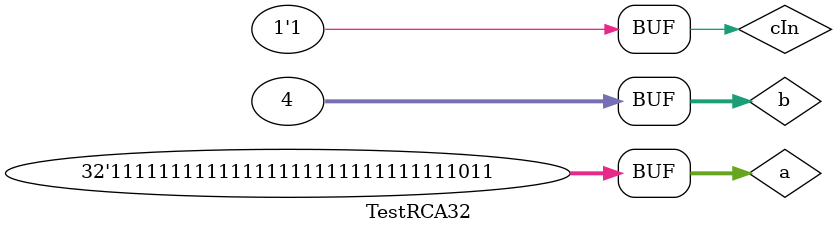
<source format=v>
`timescale 1ns / 1ps


module TestRCA32;

	// Inputs
	reg cIn;
	reg [31:0] a;
	reg [31:0] b;

	// Outputs
	wire [31:0] s;
	wire cOut;

	// Instantiate the Unit Under Test (UUT)
	RCA32 uut (
		.s(s), 
		.cOut(cOut), 
		.cIn(cIn), 
		.a(a), 
		.b(b)
	);

	initial begin
		// Initialize Inputs
		cIn = 0;
		a = 0;
		b = 0;

		// Wait 100 ns for global reset to finish
		#100;
        
		// Add stimulus here
		$monitor($time,"\ta=%d,\tb=%d,\tcIn=%b,\ts=%d,\tcOut=%b",a,b,cIn,s,cOut);
		#1 a =         32; b = 64; cIn = 0;
		#1 a =         32; b = 64; cIn = 1;
		#1 a = 4294967291; b =  4; cIn = 0;
		#1 a = 4294967291; b =  4; cIn = 1;
	end
      
endmodule


</source>
